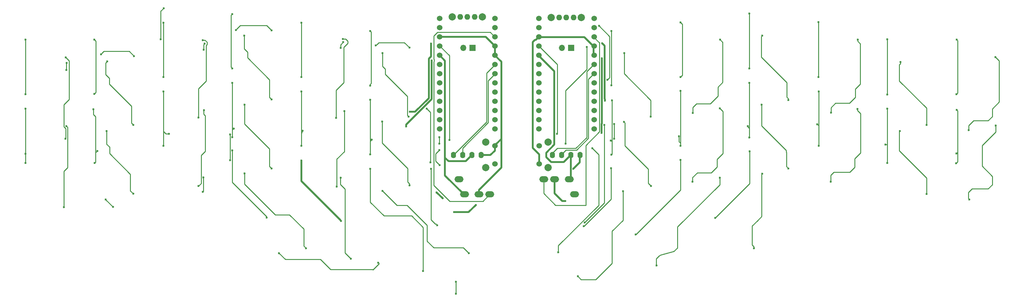
<source format=gtl>
G04 #@! TF.GenerationSoftware,KiCad,Pcbnew,7.0.7*
G04 #@! TF.CreationDate,2024-01-09T11:53:46+08:00*
G04 #@! TF.ProjectId,corne-cherry,636f726e-652d-4636-9865-7272792e6b69,3.0.1*
G04 #@! TF.SameCoordinates,Original*
G04 #@! TF.FileFunction,Copper,L1,Top*
G04 #@! TF.FilePolarity,Positive*
%FSLAX46Y46*%
G04 Gerber Fmt 4.6, Leading zero omitted, Abs format (unit mm)*
G04 Created by KiCad (PCBNEW 7.0.7) date 2024-01-09 11:53:46*
%MOMM*%
%LPD*%
G01*
G04 APERTURE LIST*
G04 #@! TA.AperFunction,ComponentPad*
%ADD10O,2.500000X1.700000*%
G04 #@! TD*
G04 #@! TA.AperFunction,ComponentPad*
%ADD11O,1.397000X1.778000*%
G04 #@! TD*
G04 #@! TA.AperFunction,ComponentPad*
%ADD12C,1.524000*%
G04 #@! TD*
G04 #@! TA.AperFunction,ComponentPad*
%ADD13C,2.000000*%
G04 #@! TD*
G04 #@! TA.AperFunction,ComponentPad*
%ADD14R,1.700000X1.700000*%
G04 #@! TD*
G04 #@! TA.AperFunction,ComponentPad*
%ADD15O,1.700000X1.700000*%
G04 #@! TD*
G04 #@! TA.AperFunction,ComponentPad*
%ADD16O,1.600000X1.600000*%
G04 #@! TD*
G04 #@! TA.AperFunction,ViaPad*
%ADD17C,0.600000*%
G04 #@! TD*
G04 #@! TA.AperFunction,Conductor*
%ADD18C,0.250000*%
G04 #@! TD*
G04 #@! TA.AperFunction,Conductor*
%ADD19C,0.508000*%
G04 #@! TD*
G04 #@! TA.AperFunction,Conductor*
%ADD20C,0.500000*%
G04 #@! TD*
G04 #@! TA.AperFunction,Conductor*
%ADD21C,0.254000*%
G04 #@! TD*
G04 APERTURE END LIST*
D10*
X132477500Y-73670000D03*
X140977500Y-77870000D03*
X137977500Y-77870000D03*
X133977500Y-77870000D03*
D11*
X130948500Y-67028000D03*
X133488500Y-67028000D03*
X136028500Y-67028000D03*
X138568500Y-67028000D03*
D10*
X164337500Y-77880000D03*
X155837500Y-73680000D03*
X158837500Y-73680000D03*
X162837500Y-73680000D03*
D11*
X158177500Y-67020000D03*
X160717500Y-67020000D03*
X163257500Y-67020000D03*
X165797500Y-67020000D03*
D12*
X154557500Y-64480000D03*
X154557500Y-69480000D03*
D13*
X157057500Y-63480000D03*
X157057500Y-70480000D03*
D12*
X169713500Y-29330000D03*
X169713500Y-31870000D03*
X169713500Y-34410000D03*
X169713500Y-36950000D03*
X169713500Y-39490000D03*
X169713500Y-42030000D03*
X169713500Y-44570000D03*
X169713500Y-47110000D03*
X169713500Y-49650000D03*
X169713500Y-52190000D03*
X169713500Y-54730000D03*
X169713500Y-57270000D03*
X169713500Y-59810000D03*
X154473500Y-59810000D03*
X154473500Y-57270000D03*
X154473500Y-54730000D03*
X154473500Y-52190000D03*
X154473500Y-49650000D03*
X154473500Y-47110000D03*
X154473500Y-44570000D03*
X154473500Y-42030000D03*
X154473500Y-39490000D03*
X154473500Y-36950000D03*
X154473500Y-34410000D03*
X154473500Y-31870000D03*
X154473500Y-29330000D03*
X142357500Y-69479999D03*
X142357500Y-64479999D03*
D13*
X139857500Y-70479999D03*
X139857500Y-63479999D03*
D12*
X142417500Y-29330000D03*
X142417500Y-31870000D03*
X142417500Y-34410000D03*
X142417500Y-36950000D03*
X142417500Y-39490000D03*
X142417500Y-42030000D03*
X142417500Y-44570000D03*
X142417500Y-47110000D03*
X142417500Y-49650000D03*
X142417500Y-52190000D03*
X142417500Y-54730000D03*
X142417500Y-57270000D03*
X142417500Y-59810000D03*
X127177500Y-59810000D03*
X127177500Y-57270000D03*
X127177500Y-54730000D03*
X127177500Y-52190000D03*
X127177500Y-49650000D03*
X127177500Y-47110000D03*
X127177500Y-44570000D03*
X127177500Y-42030000D03*
X127177500Y-39490000D03*
X127177500Y-36950000D03*
X127177500Y-34410000D03*
X127177500Y-31870000D03*
X127177500Y-29330000D03*
D14*
X163343500Y-37433000D03*
D15*
X160803500Y-37433000D03*
D16*
X132797500Y-28893000D03*
X134797500Y-28893000D03*
X136797500Y-28893000D03*
D13*
X138947500Y-28893000D03*
X130647500Y-28893000D03*
D16*
X160057500Y-29033000D03*
X162057500Y-29033000D03*
X164057500Y-29033000D03*
D13*
X166207500Y-29033000D03*
X157907500Y-29033000D03*
D14*
X136185500Y-37458000D03*
D15*
X133645500Y-37458000D03*
D17*
X51107500Y-26505000D03*
X50307500Y-35105000D03*
X123607500Y-54205000D03*
X124607500Y-69005000D03*
X69382500Y-68405000D03*
X69382500Y-61305000D03*
X124807500Y-70805000D03*
X126493737Y-86382353D03*
X126297500Y-77305000D03*
X131107500Y-82780000D03*
X118907500Y-55105000D03*
X124807500Y-36305000D03*
X137107500Y-80780000D03*
X127952500Y-78960000D03*
X117907500Y-59105000D03*
X124957510Y-40905000D03*
X13007500Y-66705000D03*
X13007500Y-50205000D03*
X13007500Y-54205000D03*
X13007500Y-69205000D03*
X13007500Y-35205000D03*
X32007500Y-35205000D03*
X32107500Y-69205000D03*
X31964840Y-50194907D03*
X31707500Y-54405000D03*
X32796949Y-65894449D03*
X51007500Y-45505000D03*
X51007500Y-30505000D03*
X51007500Y-64505000D03*
X51007500Y-49505000D03*
X52577078Y-61174578D03*
X70007500Y-47105000D03*
X70007500Y-43105000D03*
X70007500Y-65705000D03*
X70007500Y-62105000D03*
X70007500Y-28105000D03*
X79507500Y-84305000D03*
X70407500Y-59705000D03*
X89007500Y-64505000D03*
X89407500Y-60305000D03*
X100007500Y-85205000D03*
X89007500Y-49505000D03*
X127041500Y-63874000D03*
X89007500Y-30505000D03*
X89007500Y-45505000D03*
X127041500Y-62096000D03*
X89007500Y-68505000D03*
X108007500Y-51805000D03*
X122607500Y-99005000D03*
X108007500Y-70805000D03*
X108007500Y-32805000D03*
X108007500Y-66805000D03*
X108007500Y-47905000D03*
X108407504Y-62805000D03*
X131613500Y-105276000D03*
X131613500Y-101974000D03*
X127041500Y-65652000D03*
X127107500Y-69780000D03*
X129835500Y-62858000D03*
X173357500Y-46265000D03*
X171063762Y-31389024D03*
X175232500Y-62500000D03*
X175232500Y-58415010D03*
X172537500Y-58715000D03*
X167110558Y-85628058D03*
X169205500Y-65144000D03*
X159857000Y-93846000D03*
X167681500Y-37204000D03*
X161839500Y-63874000D03*
X159519327Y-61148173D03*
X269617500Y-54555000D03*
X269547500Y-66550000D03*
X269592510Y-50205000D03*
X269607500Y-35205000D03*
X269507500Y-69305000D03*
X250507500Y-35105000D03*
X250507500Y-69205000D03*
X250507500Y-54205000D03*
X250507500Y-50305000D03*
X249997500Y-64100010D03*
X231607500Y-49505000D03*
X231507500Y-45505000D03*
X231234449Y-58513051D03*
X231507500Y-30305000D03*
X231607500Y-64505000D03*
X212507500Y-43105000D03*
X212557500Y-65985000D03*
X212507500Y-47105000D03*
X203087500Y-84335000D03*
X212507500Y-28005000D03*
X212507500Y-62205000D03*
X212107500Y-59020000D03*
X193507500Y-64505000D03*
X193137500Y-61875000D03*
X193507500Y-30405000D03*
X193507500Y-49305000D03*
X193507500Y-45505000D03*
X193517500Y-68325000D03*
X181187500Y-88895000D03*
X174417500Y-70675000D03*
X174507500Y-47805000D03*
X166887500Y-86675000D03*
X174507500Y-32805000D03*
X174607500Y-51905000D03*
X174297500Y-63015000D03*
X174507500Y-66905000D03*
X171787500Y-60895000D03*
X171857490Y-40305000D03*
X161807500Y-79680000D03*
X164007500Y-70805000D03*
X171934500Y-36205000D03*
X172707500Y-52045000D03*
X24007500Y-62505000D03*
X24107500Y-40105000D03*
X24402733Y-41609990D03*
X42907500Y-39705000D03*
X33807500Y-39205000D03*
X24307500Y-43570010D03*
X35507500Y-41205000D03*
X42707500Y-58705000D03*
X60707500Y-56655000D03*
X61907500Y-35305000D03*
X71007500Y-32505000D03*
X62107506Y-37954990D03*
X62387500Y-36246952D03*
X80807500Y-32605000D03*
X73307500Y-34105000D03*
X80807500Y-51705000D03*
X100443699Y-35003426D03*
X98607500Y-56755000D03*
X100597500Y-35880000D03*
X99882500Y-37455000D03*
X109562521Y-36805000D03*
X118807500Y-37405000D03*
X111407500Y-38905000D03*
X118607500Y-56405000D03*
X24307500Y-59005000D03*
X23607500Y-81405000D03*
X42707500Y-77705000D03*
X35407500Y-60405000D03*
X62232510Y-54605000D03*
X60677169Y-75535331D03*
X73407500Y-53105000D03*
X80807500Y-70705000D03*
X100857500Y-54905000D03*
X98807500Y-75705000D03*
X111307500Y-57805000D03*
X118807500Y-75405000D03*
X35107500Y-79305000D03*
X37107500Y-81355000D03*
X61907500Y-77205000D03*
X62032510Y-73205000D03*
X90307500Y-92705000D03*
X73407500Y-72105000D03*
X102707500Y-95605000D03*
X99907500Y-73305000D03*
X135200692Y-94111767D03*
X111407500Y-76905000D03*
X82907500Y-94105000D03*
X110207500Y-96705000D03*
X272977500Y-60175000D03*
X280317500Y-39965000D03*
X254167500Y-41355002D03*
X261307500Y-58745000D03*
X234977500Y-55355000D03*
X242337500Y-35145000D03*
X216047500Y-34105000D03*
X223232169Y-51890331D03*
X196907500Y-55365000D03*
X204437500Y-35185000D03*
X178037510Y-38905000D03*
X185337500Y-56385000D03*
X273117500Y-79255000D03*
X280367500Y-58895000D03*
X254007500Y-60425000D03*
X261327500Y-77755000D03*
X242277500Y-54295000D03*
X234907500Y-74355000D03*
X223267169Y-70725331D03*
X215897500Y-53155000D03*
X196857500Y-74365000D03*
X204397500Y-54145000D03*
X185367500Y-75525000D03*
X177937500Y-57865000D03*
X213767500Y-92735000D03*
X216007500Y-72135000D03*
X204327500Y-73235000D03*
X186947500Y-97485000D03*
X177707500Y-77035000D03*
X165207500Y-100455000D03*
D18*
X50307500Y-27305000D02*
X51107500Y-26505000D01*
X50307500Y-35105000D02*
X50307500Y-27305000D01*
X124607500Y-55205000D02*
X124607500Y-69005000D01*
X123607500Y-54205000D02*
X124607500Y-55205000D01*
X69382500Y-61305000D02*
X69382500Y-68405000D01*
X124782499Y-70830001D02*
X124807500Y-70805000D01*
X125984854Y-86082354D02*
X124782499Y-84879999D01*
X126193738Y-86082354D02*
X125984854Y-86082354D01*
X126493737Y-86382353D02*
X126193738Y-86082354D01*
X124782499Y-84879999D02*
X124782499Y-70830001D01*
D19*
X144134500Y-62571000D02*
X144134500Y-70514000D01*
X142674500Y-64031000D02*
X142674500Y-64162999D01*
D20*
X139877500Y-34410000D02*
X142417500Y-36950000D01*
D19*
X142674500Y-64162999D02*
X142357500Y-64479999D01*
D20*
X124807500Y-39805000D02*
X124207500Y-40405000D01*
D19*
X142423900Y-37022000D02*
X142423900Y-39562000D01*
D20*
X131107500Y-82780000D02*
X135107500Y-82780000D01*
X124207500Y-51305000D02*
X120407500Y-55105000D01*
X127952500Y-78960000D02*
X126297500Y-77305000D01*
X119331764Y-55105000D02*
X118907500Y-55105000D01*
X120407500Y-55105000D02*
X119331764Y-55105000D01*
D19*
X142423900Y-39562000D02*
X144134500Y-41272600D01*
D20*
X124807500Y-36305000D02*
X124807500Y-39805000D01*
D19*
X144134500Y-70514000D02*
X137977500Y-76671000D01*
D20*
X124207500Y-40405000D02*
X124207500Y-51305000D01*
D19*
X144134500Y-62571000D02*
X142674500Y-64031000D01*
X142357500Y-64479999D02*
X142357500Y-65780000D01*
D20*
X135107500Y-82780000D02*
X137107500Y-80780000D01*
D19*
X141109500Y-67028000D02*
X138568500Y-67028000D01*
X137977500Y-76671000D02*
X137977500Y-77870000D01*
X142357500Y-65780000D02*
X141109500Y-67028000D01*
X144134500Y-41272600D02*
X144134500Y-62571000D01*
D20*
X127177500Y-34410000D02*
X139877500Y-34410000D01*
D19*
X128627500Y-40985600D02*
X128627500Y-67737000D01*
D20*
X124907500Y-51605000D02*
X124907500Y-40955010D01*
D19*
X129620500Y-68730000D02*
X134326500Y-68730000D01*
D20*
X124907500Y-40955010D02*
X124957510Y-40905000D01*
X117907500Y-59105000D02*
X117907500Y-58605000D01*
D19*
X127203900Y-39562000D02*
X128627500Y-40985600D01*
X128627500Y-72700000D02*
X133797500Y-77870000D01*
X133797500Y-77870000D02*
X133977500Y-77870000D01*
X128627500Y-67737000D02*
X129620500Y-68730000D01*
X134326500Y-68730000D02*
X136028500Y-67028000D01*
D20*
X117907500Y-58605000D02*
X124907500Y-51605000D01*
D19*
X128627500Y-67737000D02*
X128627500Y-72700000D01*
D18*
X13007500Y-35205000D02*
X13007500Y-50205000D01*
X13007500Y-57305000D02*
X13007500Y-66705000D01*
X13007500Y-66705000D02*
X13007500Y-69205000D01*
X13007500Y-54205000D02*
X13007500Y-57305000D01*
X32307500Y-56405000D02*
X32307500Y-66205000D01*
X32486398Y-66205000D02*
X32496950Y-66194448D01*
X32307500Y-69005000D02*
X32107500Y-69205000D01*
X31707500Y-54405000D02*
X31707500Y-55805000D01*
X32407500Y-35605000D02*
X32407500Y-49752247D01*
X32264839Y-49894908D02*
X31964840Y-50194907D01*
X32007500Y-35205000D02*
X32407500Y-35605000D01*
X32496950Y-66194448D02*
X32796949Y-65894449D01*
X31707500Y-55805000D02*
X32307500Y-56405000D01*
X32307500Y-66205000D02*
X32486398Y-66205000D01*
X32407500Y-49752247D02*
X32264839Y-49894908D01*
X32307500Y-66205000D02*
X32307500Y-69005000D01*
X51007500Y-49505000D02*
X51007500Y-60505000D01*
X51007500Y-30505000D02*
X51007500Y-45505000D01*
X51007500Y-60505000D02*
X51677078Y-61174578D01*
X51677078Y-61174578D02*
X52152814Y-61174578D01*
X51007500Y-60505000D02*
X51007500Y-64505000D01*
X52152814Y-61174578D02*
X52577078Y-61174578D01*
X70007500Y-60005000D02*
X70107501Y-60004999D01*
X69682488Y-28430012D02*
X69682488Y-42779988D01*
X70007500Y-28105000D02*
X69682488Y-28430012D01*
X70007500Y-65705000D02*
X70007500Y-74505000D01*
X70107501Y-60004999D02*
X70407500Y-59705000D01*
X69707501Y-42805001D02*
X70007500Y-43105000D01*
X70007500Y-74505000D02*
X79507500Y-84005000D01*
X69682488Y-42779988D02*
X69707501Y-42805001D01*
X70007500Y-60005000D02*
X70007500Y-62105000D01*
X70007500Y-47105000D02*
X70007500Y-60005000D01*
X79507500Y-84005000D02*
X79507500Y-84305000D01*
D20*
X99707501Y-84905001D02*
X100007500Y-85205000D01*
D18*
X89007500Y-49505000D02*
X89007500Y-62305000D01*
D20*
X89007500Y-74205000D02*
X99707501Y-84905001D01*
D18*
X89007500Y-30505000D02*
X89007500Y-45505000D01*
X89007500Y-61105000D02*
X89007500Y-62305000D01*
D20*
X89007500Y-68505000D02*
X89007500Y-74205000D01*
D21*
X127041500Y-62096000D02*
X127041500Y-63874000D01*
D18*
X89407500Y-60305000D02*
X89007500Y-61105000D01*
X89007500Y-62305000D02*
X89007500Y-64505000D01*
X108007500Y-51805000D02*
X108007500Y-66805000D01*
X108007500Y-70805000D02*
X108007500Y-80005000D01*
D21*
X108007500Y-63105000D02*
X108107505Y-63104999D01*
D18*
X119407500Y-83805000D02*
X122607500Y-87005000D01*
X108007500Y-47480736D02*
X108007500Y-47905000D01*
X122607500Y-87005000D02*
X122607500Y-99005000D01*
X108237500Y-47250736D02*
X108007500Y-47480736D01*
X108237500Y-33035000D02*
X108237500Y-47250736D01*
X111807500Y-83805000D02*
X119407500Y-83805000D01*
X108007500Y-32805000D02*
X108237500Y-33035000D01*
X108007500Y-80005000D02*
X111807500Y-83805000D01*
D21*
X108107505Y-63104999D02*
X108407504Y-62805000D01*
D18*
X131613500Y-105276000D02*
X131613500Y-101974000D01*
D21*
X125584512Y-41205962D02*
X125534502Y-41255972D01*
X126588500Y-33140000D02*
X125534502Y-34193998D01*
X139067500Y-79780000D02*
X140977500Y-77870000D01*
X125534502Y-75370986D02*
X129943516Y-79780000D01*
X129943516Y-79780000D02*
X139067500Y-79780000D01*
X125534502Y-40554028D02*
X125584512Y-40604038D01*
X125584512Y-40604038D02*
X125584512Y-41205962D01*
X141081900Y-33140000D02*
X126588500Y-33140000D01*
X125534502Y-41255972D02*
X125534502Y-75370986D01*
X142423900Y-34482000D02*
X141081900Y-33140000D01*
X125534502Y-34193998D02*
X125534502Y-40554028D01*
D18*
X126025500Y-68698000D02*
X127107500Y-69780000D01*
X129835500Y-39608000D02*
X129835500Y-62858000D01*
X127177500Y-36950000D02*
X129835500Y-39608000D01*
X126025500Y-66668000D02*
X126025500Y-68698000D01*
X127041500Y-65652000D02*
X126025500Y-66668000D01*
D21*
X140558511Y-46507389D02*
X140558511Y-58042041D01*
X140558511Y-58042041D02*
X133488500Y-65112052D01*
X142423900Y-44642000D02*
X140558511Y-46507389D01*
X133488500Y-65112052D02*
X133488500Y-67028000D01*
X140104500Y-44421400D02*
X140104500Y-57854000D01*
X130948500Y-67010000D02*
X130948500Y-67028000D01*
X142423900Y-42102000D02*
X140104500Y-44421400D01*
X140104500Y-57854000D02*
X130948500Y-67010000D01*
D18*
X173982501Y-45639999D02*
X173982501Y-34307763D01*
X173982501Y-34307763D02*
X171063762Y-31389024D01*
X173357500Y-46265000D02*
X173982501Y-45639999D01*
X175232500Y-58415010D02*
X175232500Y-62500000D01*
X172537500Y-80201116D02*
X167110558Y-85628058D01*
X172537500Y-58715000D02*
X172537500Y-80201116D01*
D21*
X171237500Y-36086600D02*
X171210500Y-36113600D01*
D18*
X155837500Y-73680000D02*
X155837500Y-77610000D01*
D21*
X159107500Y-80880000D02*
X155837500Y-77610000D01*
X169603900Y-34453000D02*
X171237500Y-36086600D01*
X167427500Y-80880000D02*
X159107500Y-80880000D01*
X167427500Y-64368288D02*
X167427500Y-80880000D01*
X171210500Y-60585288D02*
X167427500Y-64368288D01*
X171210500Y-36113600D02*
X171210500Y-60585288D01*
X167674500Y-62145000D02*
X164648511Y-65170989D01*
X159548511Y-65170989D02*
X158039500Y-66680000D01*
X167674500Y-44002400D02*
X167674500Y-62145000D01*
X164648511Y-65170989D02*
X159548511Y-65170989D01*
X158039500Y-66680000D02*
X158039500Y-67015000D01*
X169603900Y-42073000D02*
X167674500Y-44002400D01*
X168128511Y-62390989D02*
X164894500Y-65625000D01*
X169603900Y-44613000D02*
X168128511Y-46088389D01*
X164894500Y-65625000D02*
X161969500Y-65625000D01*
X168128511Y-46088389D02*
X168128511Y-62390989D01*
X161969500Y-65625000D02*
X160579500Y-67015000D01*
D18*
X170983500Y-66922000D02*
X169205500Y-65144000D01*
X159857000Y-93846000D02*
X159857000Y-91997732D01*
X161839500Y-49198176D02*
X161839500Y-63874000D01*
X167681500Y-37204000D02*
X167681500Y-43356176D01*
X170983500Y-80871232D02*
X170983500Y-66922000D01*
X167681500Y-43356176D02*
X161839500Y-49198176D01*
X159857000Y-91997732D02*
X170983500Y-80871232D01*
X159519327Y-61148173D02*
X159537500Y-61130000D01*
X159537500Y-42014000D02*
X154473500Y-36950000D01*
X159537500Y-61130000D02*
X159537500Y-42014000D01*
X269907500Y-49890010D02*
X269892509Y-49905001D01*
X269917499Y-64465001D02*
X269917499Y-54854999D01*
X269917499Y-54854999D02*
X269617500Y-54555000D01*
X269907500Y-68905000D02*
X269507500Y-69305000D01*
X269897500Y-64485000D02*
X269917499Y-64465001D01*
X269899204Y-64486704D02*
X269899204Y-66198296D01*
X269607500Y-35205000D02*
X269907500Y-35505000D01*
X269892509Y-49905001D02*
X269592510Y-50205000D01*
X269897500Y-64485000D02*
X269899204Y-64486704D01*
X269907500Y-35505000D02*
X269907500Y-49890010D01*
X269897500Y-64485000D02*
X269907500Y-68905000D01*
X269899204Y-66198296D02*
X269547500Y-66550000D01*
X250507500Y-64335000D02*
X250507500Y-64185746D01*
X250507500Y-64185746D02*
X250421764Y-64100010D01*
X250507500Y-35105000D02*
X250507500Y-50305000D01*
X250507500Y-54205000D02*
X250507500Y-64335000D01*
X250421764Y-64100010D02*
X249997500Y-64100010D01*
X250507500Y-64335000D02*
X250507500Y-69205000D01*
X231507500Y-30305000D02*
X231507500Y-45505000D01*
X231534448Y-58813050D02*
X231234449Y-58513051D01*
X231607500Y-59795000D02*
X231607500Y-58886102D01*
X231607500Y-58886102D02*
X231534448Y-58813050D01*
X231607500Y-49505000D02*
X231607500Y-59795000D01*
X231607500Y-59795000D02*
X231607500Y-64505000D01*
X212507500Y-60295000D02*
X212507500Y-62005000D01*
X212507500Y-60295000D02*
X212507500Y-59640000D01*
X212107500Y-59240000D02*
X212107500Y-59020000D01*
X212507500Y-59640000D02*
X212107500Y-59240000D01*
X203087500Y-84335000D02*
X212557500Y-74865000D01*
X212557500Y-74865000D02*
X212557500Y-65985000D01*
X212507500Y-28005000D02*
X212507500Y-43105000D01*
X212507500Y-47105000D02*
X212507500Y-60295000D01*
X212507500Y-62005000D02*
X212507500Y-62205000D01*
X193507500Y-63715000D02*
X193137500Y-63345000D01*
X193137500Y-63345000D02*
X193137500Y-62299264D01*
X193137500Y-62299264D02*
X193137500Y-61875000D01*
X193507500Y-30405000D02*
X194007500Y-30905000D01*
X194007500Y-45005000D02*
X193507500Y-45505000D01*
X194007500Y-30905000D02*
X194007500Y-45005000D01*
X193507500Y-63715000D02*
X193507500Y-64505000D01*
X193517500Y-68325000D02*
X193517500Y-76665000D01*
X181287500Y-88895000D02*
X181187500Y-88895000D01*
X193507500Y-49305000D02*
X193507500Y-63715000D01*
X193517500Y-76665000D02*
X181287500Y-88895000D01*
X174607500Y-66805000D02*
X174507500Y-66905000D01*
X166947500Y-86675000D02*
X166887500Y-86675000D01*
X174607500Y-63295000D02*
X174327500Y-63015000D01*
X174607500Y-51905000D02*
X174607500Y-64475000D01*
X174417500Y-79205000D02*
X166947500Y-86675000D01*
X174507500Y-32805000D02*
X174507500Y-47805000D01*
X174607500Y-64475000D02*
X174607500Y-66805000D01*
X174327500Y-63015000D02*
X174297500Y-63015000D01*
X174417500Y-70675000D02*
X174417500Y-79205000D01*
X174607500Y-64475000D02*
X174607500Y-63295000D01*
D20*
X171787500Y-58404339D02*
X171787500Y-60895000D01*
X163257500Y-67020000D02*
X163257500Y-73260000D01*
X171857490Y-58334349D02*
X171787500Y-58404339D01*
X161317500Y-68960000D02*
X163257500Y-67020000D01*
X154383900Y-39533000D02*
X158757500Y-43906600D01*
X171857490Y-40305000D02*
X171857490Y-58334349D01*
X163244500Y-67045000D02*
X163214500Y-67015000D01*
X158757500Y-43906600D02*
X158757500Y-64150000D01*
X157917500Y-68960000D02*
X161317500Y-68960000D01*
X156517500Y-67560000D02*
X157917500Y-68960000D01*
X156517500Y-66390000D02*
X156517500Y-67560000D01*
X163214500Y-67015000D02*
X163119500Y-67015000D01*
X163257500Y-73260000D02*
X162837500Y-73680000D01*
X158757500Y-64150000D02*
X156517500Y-66390000D01*
X169603900Y-36993000D02*
X169603900Y-39533000D01*
D19*
X153414501Y-35214999D02*
X152784500Y-35845000D01*
X154383900Y-34453000D02*
X153621901Y-35214999D01*
X152784500Y-35845000D02*
X152784500Y-62752000D01*
X153621901Y-35214999D02*
X153414501Y-35214999D01*
X154383900Y-34453000D02*
X167063900Y-34453000D01*
X167063900Y-34453000D02*
X169603900Y-36993000D01*
X154557500Y-66830000D02*
X154557500Y-69480000D01*
D20*
X160907500Y-79680000D02*
X158837500Y-77610000D01*
X161807500Y-79680000D02*
X160907500Y-79680000D01*
X165784500Y-67045000D02*
X165689500Y-67045000D01*
X165784500Y-69028000D02*
X165784500Y-67045000D01*
X172607500Y-51520736D02*
X172707500Y-51620736D01*
X164007500Y-70805000D02*
X165784500Y-69028000D01*
X172607500Y-36878000D02*
X172607500Y-51520736D01*
X172707500Y-51620736D02*
X172707500Y-52045000D01*
D19*
X152784500Y-65057000D02*
X154557500Y-66830000D01*
D20*
X158837500Y-73680000D02*
X158837500Y-77610000D01*
X171934500Y-36205000D02*
X172607500Y-36878000D01*
D19*
X152784500Y-62752000D02*
X152784500Y-65057000D01*
D20*
X165689500Y-67045000D02*
X165659500Y-67015000D01*
D18*
X24107500Y-40105000D02*
X25027735Y-41025235D01*
X25027735Y-51684765D02*
X23607501Y-53104999D01*
X24107500Y-59705000D02*
X24107500Y-62405000D01*
X24107500Y-62405000D02*
X24007500Y-62505000D01*
X23607501Y-53104999D02*
X23607501Y-59205001D01*
X25027735Y-41025235D02*
X25027735Y-51684765D01*
X23607501Y-59205001D02*
X24107500Y-59705000D01*
X24307500Y-43570010D02*
X24307500Y-41705223D01*
X41607500Y-38405000D02*
X34607500Y-38405000D01*
X42907500Y-39705000D02*
X41607500Y-38405000D01*
X24307500Y-41705223D02*
X24402733Y-41609990D01*
X34607500Y-38405000D02*
X34107499Y-38905001D01*
X34107499Y-38905001D02*
X33807500Y-39205000D01*
X36117500Y-45800000D02*
X36117500Y-47420000D01*
X35107500Y-44790000D02*
X36117500Y-45800000D01*
X35107500Y-41605000D02*
X35107500Y-44790000D01*
X42207500Y-53510000D02*
X42207500Y-58205000D01*
X35507500Y-41205000D02*
X35107500Y-41605000D01*
X36117500Y-47420000D02*
X42207500Y-53510000D01*
X42207500Y-58205000D02*
X42707500Y-58705000D01*
X63042502Y-36540002D02*
X63042502Y-35889998D01*
X62457504Y-35305000D02*
X62331764Y-35305000D01*
X62807500Y-36775004D02*
X63042502Y-36540002D01*
X60707500Y-48705000D02*
X62807500Y-46605000D01*
X60707500Y-56655000D02*
X60707500Y-48705000D01*
X62807500Y-46605000D02*
X62807500Y-36775004D01*
X62331764Y-35305000D02*
X61907500Y-35305000D01*
X63042502Y-35889998D02*
X62457504Y-35305000D01*
X79512500Y-31310000D02*
X72202500Y-31310000D01*
X62107506Y-36526946D02*
X62387500Y-36246952D01*
X72202500Y-31310000D02*
X71307499Y-32205001D01*
X62107506Y-37954990D02*
X62107506Y-36526946D01*
X80807500Y-32605000D02*
X79512500Y-31310000D01*
X71307499Y-32205001D02*
X71007500Y-32505000D01*
X74187500Y-40200000D02*
X80207500Y-46220000D01*
X74187500Y-38610000D02*
X74187500Y-40200000D01*
X73307500Y-37730000D02*
X74187500Y-38610000D01*
X80207500Y-46220000D02*
X80207500Y-51105000D01*
X73307500Y-34105000D02*
X73307500Y-37730000D01*
X80207500Y-51105000D02*
X80807500Y-51705000D01*
X101255930Y-35003426D02*
X100867963Y-35003426D01*
X100707499Y-37265005D02*
X101812502Y-36160002D01*
X101812502Y-35559998D02*
X101255930Y-35003426D01*
X98607500Y-49105000D02*
X100707499Y-47005001D01*
X101812502Y-36160002D02*
X101812502Y-35559998D01*
X100707499Y-47005001D02*
X100707499Y-37265005D01*
X98607500Y-56755000D02*
X98607500Y-49105000D01*
X100867963Y-35003426D02*
X100443699Y-35003426D01*
X99882500Y-37455000D02*
X99882500Y-36595000D01*
X109862520Y-36505001D02*
X109562521Y-36805000D01*
X110362521Y-36005000D02*
X109862520Y-36505001D01*
X117407500Y-36005000D02*
X110362521Y-36005000D01*
X118807500Y-37405000D02*
X117407500Y-36005000D01*
X99882500Y-36595000D02*
X100597500Y-35880000D01*
X112147500Y-44720000D02*
X118282499Y-50854999D01*
X112147500Y-43270000D02*
X112147500Y-44720000D01*
X111407500Y-38905000D02*
X111407500Y-42530000D01*
X118282499Y-56079999D02*
X118607500Y-56405000D01*
X111407500Y-42530000D02*
X112147500Y-43270000D01*
X118282499Y-50854999D02*
X118282499Y-56079999D01*
X24307500Y-59005000D02*
X24632501Y-59330001D01*
X24632501Y-70479999D02*
X23607500Y-71505000D01*
X23607500Y-71505000D02*
X23607500Y-80980736D01*
X23607500Y-80980736D02*
X23607500Y-81405000D01*
X24632501Y-59330001D02*
X24632501Y-70479999D01*
X36187500Y-66585000D02*
X41907500Y-72305000D01*
X35407500Y-60405000D02*
X35407500Y-64050000D01*
X36187500Y-64830000D02*
X36187500Y-66585000D01*
X41907500Y-72305000D02*
X41907500Y-76905000D01*
X35407500Y-64050000D02*
X36187500Y-64830000D01*
X41907500Y-76905000D02*
X42707500Y-77705000D01*
X60677169Y-75535331D02*
X60707500Y-75505000D01*
X62107500Y-54730010D02*
X62232510Y-54605000D01*
X61407500Y-67105000D02*
X62532509Y-65979991D01*
X62532509Y-56130009D02*
X62107500Y-55705000D01*
X62107500Y-55705000D02*
X62107500Y-54730010D01*
X60807500Y-75505000D02*
X61407500Y-74905000D01*
X60707500Y-75505000D02*
X60807500Y-75505000D01*
X62532509Y-65979991D02*
X62532509Y-56130009D01*
X61407500Y-74905000D02*
X61407500Y-67105000D01*
X73407500Y-53105000D02*
X73407500Y-58475500D01*
X80207500Y-65275500D02*
X80207500Y-70105000D01*
X73407500Y-58475500D02*
X80207500Y-65275500D01*
X80207500Y-70105000D02*
X80807500Y-70705000D01*
X98807500Y-75705000D02*
X98807500Y-68105000D01*
X100857500Y-55329264D02*
X100857500Y-54905000D01*
X100857500Y-66055000D02*
X100857500Y-55329264D01*
X98807500Y-68105000D02*
X100857500Y-66055000D01*
X118307500Y-74480736D02*
X118807500Y-74980736D01*
X118807500Y-74980736D02*
X118807500Y-75405000D01*
X111307500Y-63705000D02*
X118307500Y-70705000D01*
X118307500Y-70705000D02*
X118307500Y-74480736D01*
X111307500Y-57805000D02*
X111307500Y-63705000D01*
X37107500Y-81355000D02*
X35207500Y-79455000D01*
X62007500Y-73230010D02*
X62032510Y-73205000D01*
X35207500Y-79455000D02*
X35207500Y-79405000D01*
X62007500Y-77105000D02*
X62007500Y-73230010D01*
X61907500Y-77205000D02*
X62007500Y-77105000D01*
X35207500Y-79405000D02*
X35107500Y-79305000D01*
X85777500Y-83510000D02*
X89707500Y-87440000D01*
X89707500Y-92105000D02*
X90307500Y-92705000D01*
X81867500Y-83510000D02*
X85777500Y-83510000D01*
X73407500Y-75050000D02*
X81867500Y-83510000D01*
X73407500Y-72105000D02*
X73407500Y-75050000D01*
X89707500Y-87440000D02*
X89707500Y-92105000D01*
X99807500Y-73405000D02*
X99807500Y-75105000D01*
X99907500Y-73305000D02*
X99807500Y-73405000D01*
X101107500Y-76405000D02*
X101107500Y-94005000D01*
X99807500Y-75105000D02*
X101107500Y-76405000D01*
X101107500Y-94005000D02*
X102707500Y-95605000D01*
X123707500Y-90805000D02*
X125507500Y-92605000D01*
X133693925Y-92605000D02*
X134900693Y-93811768D01*
X111407500Y-76905000D02*
X115407500Y-80905000D01*
X115407500Y-80905000D02*
X118207500Y-80905000D01*
X118207500Y-80905000D02*
X123707500Y-86405000D01*
X123707500Y-86405000D02*
X123707500Y-90805000D01*
X134900693Y-93811768D02*
X135200692Y-94111767D01*
X125507500Y-92605000D02*
X133693925Y-92605000D01*
X97107500Y-98605000D02*
X94307500Y-95805000D01*
X108707500Y-98605000D02*
X97107500Y-98605000D01*
X84607500Y-95805000D02*
X82907500Y-94105000D01*
X108807500Y-98705000D02*
X108707500Y-98605000D01*
X110207500Y-96705000D02*
X110507500Y-97005000D01*
X94307500Y-95805000D02*
X84607500Y-95805000D01*
X110507500Y-97005000D02*
X108807500Y-98705000D01*
X281337500Y-40985000D02*
X281337500Y-52375000D01*
X279447500Y-54265000D02*
X279447500Y-56385000D01*
X274297500Y-57525000D02*
X272977500Y-58845000D01*
X280317500Y-39965000D02*
X281337500Y-40985000D01*
X278307500Y-57525000D02*
X274297500Y-57525000D01*
X279447500Y-56385000D02*
X278307500Y-57525000D01*
X272977500Y-58845000D02*
X272977500Y-60175000D01*
X281337500Y-52375000D02*
X279447500Y-54265000D01*
X254167500Y-41779266D02*
X254167500Y-41355002D01*
X261307500Y-58745000D02*
X261307500Y-54075000D01*
X253817500Y-42129266D02*
X254167500Y-41779266D01*
X253817500Y-46585000D02*
X253817500Y-42129266D01*
X261307500Y-54075000D02*
X253817500Y-46585000D01*
X242337500Y-35145000D02*
X242337500Y-35569264D01*
X243087500Y-36319264D02*
X243087500Y-47425000D01*
X236212500Y-52715000D02*
X234977500Y-53950000D01*
X243087500Y-47425000D02*
X241677500Y-48835000D01*
X242337500Y-35569264D02*
X243087500Y-36319264D01*
X240087500Y-52715000D02*
X236212500Y-52715000D01*
X241677500Y-51125000D02*
X240087500Y-52715000D01*
X234977500Y-53950000D02*
X234977500Y-55355000D01*
X241677500Y-48835000D02*
X241677500Y-51125000D01*
X223232169Y-51890331D02*
X223232169Y-51466067D01*
X222827500Y-47035000D02*
X215777500Y-39985000D01*
X222827500Y-51061398D02*
X222827500Y-47035000D01*
X223232169Y-51466067D02*
X222827500Y-51061398D01*
X215777500Y-34375000D02*
X216047500Y-34105000D01*
X215777500Y-39985000D02*
X215777500Y-34375000D01*
X196907500Y-53865000D02*
X196907500Y-55365000D01*
X205157500Y-35905000D02*
X205157500Y-46955000D01*
X197917500Y-52855000D02*
X196907500Y-53865000D01*
X205157500Y-46955000D02*
X203857500Y-48255000D01*
X201757500Y-52855000D02*
X197917500Y-52855000D01*
X203857500Y-50755000D02*
X201757500Y-52855000D01*
X204437500Y-35185000D02*
X205157500Y-35905000D01*
X203857500Y-48255000D02*
X203857500Y-50755000D01*
X178037510Y-44595010D02*
X178037510Y-39329264D01*
X185337500Y-51895000D02*
X178037510Y-44595010D01*
X185337500Y-56385000D02*
X185337500Y-51895000D01*
X178037510Y-39329264D02*
X178037510Y-38905000D01*
X276647500Y-70075000D02*
X279467500Y-72895000D01*
X278302500Y-76350000D02*
X273907500Y-76350000D01*
X280367500Y-60662000D02*
X276647500Y-64382000D01*
X272887500Y-79025000D02*
X273117500Y-79255000D01*
X280367500Y-58895000D02*
X280367500Y-60662000D01*
X276647500Y-64382000D02*
X276647500Y-70075000D01*
X272887500Y-77370000D02*
X272887500Y-79025000D01*
X273907500Y-76350000D02*
X272887500Y-77370000D01*
X279467500Y-72895000D02*
X279467500Y-75185000D01*
X279467500Y-75185000D02*
X278302500Y-76350000D01*
X253797500Y-60635000D02*
X254007500Y-60425000D01*
X261327500Y-73375000D02*
X253797500Y-65845000D01*
X253797500Y-65845000D02*
X253797500Y-60635000D01*
X261327500Y-77755000D02*
X261327500Y-73375000D01*
X243167500Y-55609264D02*
X243167500Y-66375000D01*
X241527500Y-68015000D02*
X241527500Y-70385000D01*
X242277500Y-54295000D02*
X242277500Y-54719264D01*
X243167500Y-66375000D02*
X241527500Y-68015000D01*
X234887500Y-72615000D02*
X234887500Y-74335000D01*
X240177500Y-71735000D02*
X235767500Y-71735000D01*
X234887500Y-74335000D02*
X234907500Y-74355000D01*
X235767500Y-71735000D02*
X234887500Y-72615000D01*
X241527500Y-70385000D02*
X240177500Y-71735000D01*
X242277500Y-54719264D02*
X243167500Y-55609264D01*
X222707500Y-66227998D02*
X222687500Y-66207998D01*
X222687500Y-65755000D02*
X215897500Y-58965000D01*
X222707500Y-70165662D02*
X222707500Y-66227998D01*
X215897500Y-58965000D02*
X215897500Y-53155000D01*
X223267169Y-70725331D02*
X222707500Y-70165662D01*
X222687500Y-66207998D02*
X222687500Y-65755000D01*
X203587500Y-70315000D02*
X202007510Y-71894990D01*
X202007510Y-71894990D02*
X198157490Y-71894990D01*
X196857500Y-73194980D02*
X196857500Y-74365000D01*
X204397500Y-54145000D02*
X205227500Y-54975000D01*
X205227500Y-54975000D02*
X205227500Y-66575000D01*
X198157490Y-71894990D02*
X196857500Y-73194980D01*
X205227500Y-66575000D02*
X203587500Y-68215000D01*
X203587500Y-68215000D02*
X203587500Y-70315000D01*
X184617500Y-74775000D02*
X184617500Y-70887998D01*
X185367500Y-75525000D02*
X184617500Y-74775000D01*
X184617500Y-70887998D02*
X178234502Y-64505000D01*
X178234502Y-64505000D02*
X178234502Y-58162002D01*
X178234502Y-58162002D02*
X177937500Y-57865000D01*
X213767500Y-92735000D02*
X213767500Y-92310736D01*
X213767500Y-92310736D02*
X213247500Y-91790736D01*
X215842503Y-72299997D02*
X216007500Y-72135000D01*
X213247500Y-91790736D02*
X213247500Y-86575000D01*
X213247500Y-86575000D02*
X214737500Y-85085000D01*
X214737500Y-85085000D02*
X215842503Y-83979997D01*
X215842503Y-83979997D02*
X215842503Y-72299997D01*
X186837500Y-95620000D02*
X186837500Y-97375000D01*
X204327500Y-73235000D02*
X204327500Y-75190000D01*
X187901823Y-94710298D02*
X187697500Y-94790000D01*
X187551049Y-94906451D02*
X186837500Y-95620000D01*
X186837500Y-97375000D02*
X186947500Y-97485000D01*
X187950366Y-94626221D02*
X187901823Y-94710298D01*
X191694520Y-93622979D02*
X187950366Y-94626221D01*
X187697500Y-94790000D02*
X187551049Y-94906451D01*
X192667500Y-92650000D02*
X191694520Y-93622979D01*
X192667500Y-86850000D02*
X192667500Y-92650000D01*
X204327500Y-75190000D02*
X192667500Y-86850000D01*
X174667500Y-88015000D02*
X177667500Y-85015000D01*
X177667500Y-77075000D02*
X177707500Y-77035000D01*
X166112500Y-101360000D02*
X170167500Y-101360000D01*
X165207500Y-100455000D02*
X166112500Y-101360000D01*
X177667500Y-85015000D02*
X177667500Y-77075000D01*
X174667500Y-96860000D02*
X174667500Y-88015000D01*
X170167500Y-101360000D02*
X174667500Y-96860000D01*
M02*

</source>
